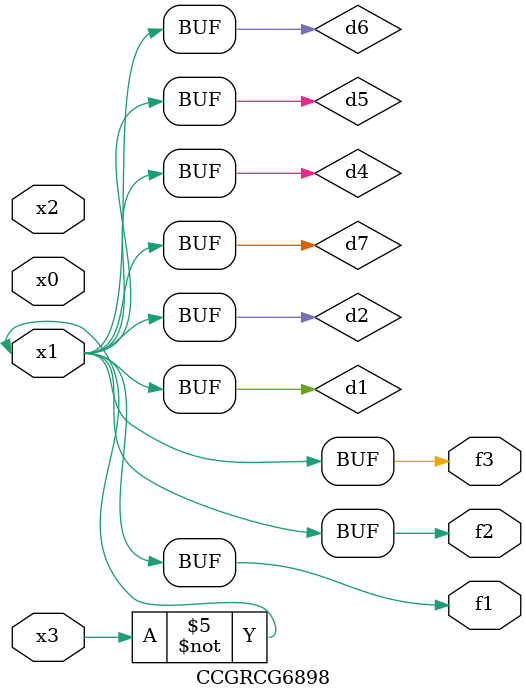
<source format=v>
module CCGRCG6898(
	input x0, x1, x2, x3,
	output f1, f2, f3
);

	wire d1, d2, d3, d4, d5, d6, d7;

	not (d1, x3);
	buf (d2, x1);
	xnor (d3, d1, d2);
	nor (d4, d1);
	buf (d5, d1, d2);
	buf (d6, d4, d5);
	nand (d7, d4);
	assign f1 = d6;
	assign f2 = d7;
	assign f3 = d6;
endmodule

</source>
